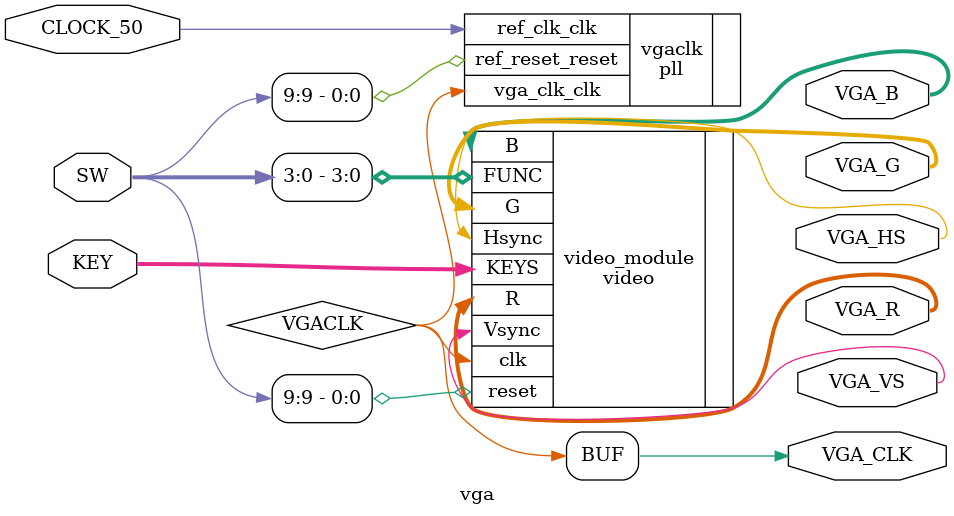
<source format=v>
module vga (
	input CLOCK_50,
	output VGA_HS, VGA_VS,
	output [7:0] VGA_R, VGA_G, VGA_B,
	output VGA_CLK,
	input [3:0] KEY,
	input [9:0] SW
);


wire VGACLK;

assign VGA_CLK = VGACLK;

video video_module(
	.reset(SW[9]),
	.clk(VGACLK),
	.Hsync(VGA_HS),
	.Vsync(VGA_VS),
	.R(VGA_R),
	.G(VGA_G),
	.B(VGA_B),
	.KEYS(KEY),
	.FUNC(SW[3:0])
);

pll vgaclk (
	.ref_clk_clk(CLOCK_50),
	.ref_reset_reset(SW[9]),
	.vga_clk_clk(VGACLK)
);

endmodule

</source>
